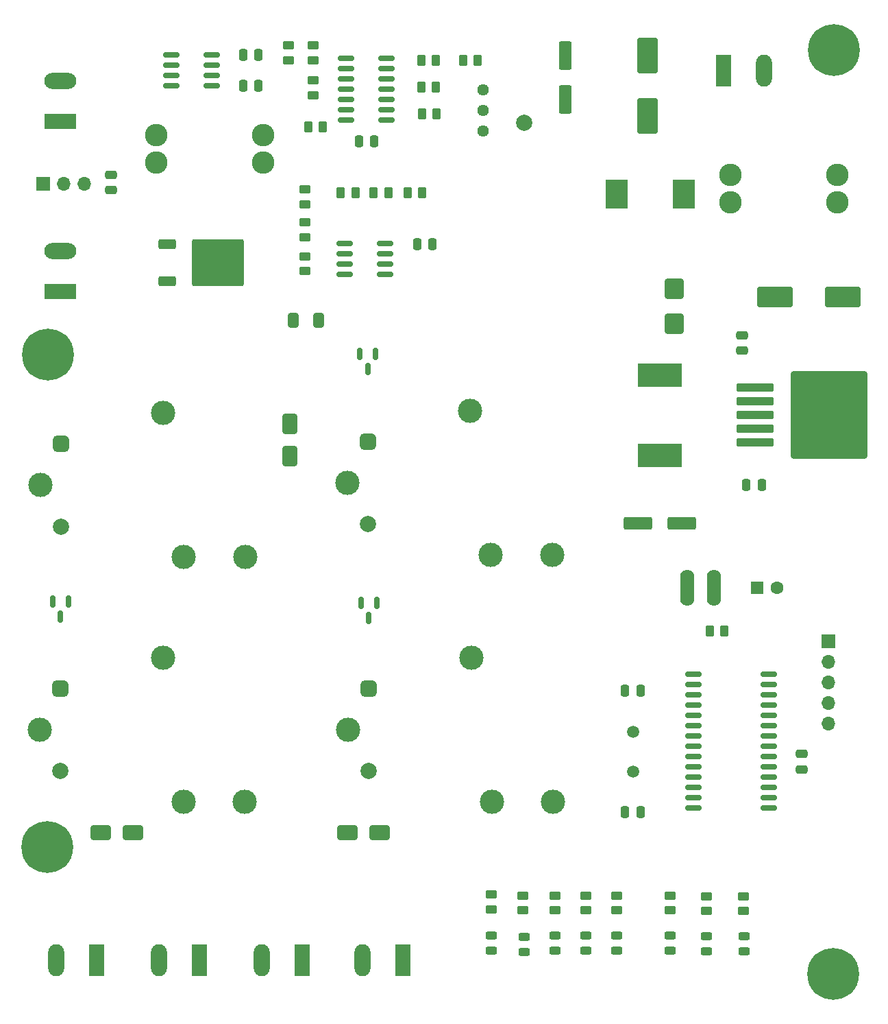
<source format=gts>
G04 #@! TF.GenerationSoftware,KiCad,Pcbnew,8.0.5*
G04 #@! TF.CreationDate,2024-12-11T17:18:15+01:00*
G04 #@! TF.ProjectId,12VSupport,31325653-7570-4706-9f72-742e6b696361,1.0*
G04 #@! TF.SameCoordinates,Original*
G04 #@! TF.FileFunction,Soldermask,Top*
G04 #@! TF.FilePolarity,Negative*
%FSLAX46Y46*%
G04 Gerber Fmt 4.6, Leading zero omitted, Abs format (unit mm)*
G04 Created by KiCad (PCBNEW 8.0.5) date 2024-12-11 17:18:15*
%MOMM*%
%LPD*%
G01*
G04 APERTURE LIST*
G04 Aperture macros list*
%AMRoundRect*
0 Rectangle with rounded corners*
0 $1 Rounding radius*
0 $2 $3 $4 $5 $6 $7 $8 $9 X,Y pos of 4 corners*
0 Add a 4 corners polygon primitive as box body*
4,1,4,$2,$3,$4,$5,$6,$7,$8,$9,$2,$3,0*
0 Add four circle primitives for the rounded corners*
1,1,$1+$1,$2,$3*
1,1,$1+$1,$4,$5*
1,1,$1+$1,$6,$7*
1,1,$1+$1,$8,$9*
0 Add four rect primitives between the rounded corners*
20,1,$1+$1,$2,$3,$4,$5,0*
20,1,$1+$1,$4,$5,$6,$7,0*
20,1,$1+$1,$6,$7,$8,$9,0*
20,1,$1+$1,$8,$9,$2,$3,0*%
G04 Aperture macros list end*
%ADD10RoundRect,0.250000X-0.850000X-0.350000X0.850000X-0.350000X0.850000X0.350000X-0.850000X0.350000X0*%
%ADD11RoundRect,0.249997X-2.950003X-2.650003X2.950003X-2.650003X2.950003X2.650003X-2.950003X2.650003X0*%
%ADD12C,0.800000*%
%ADD13C,6.400000*%
%ADD14RoundRect,0.250000X-0.250000X-0.475000X0.250000X-0.475000X0.250000X0.475000X-0.250000X0.475000X0*%
%ADD15RoundRect,0.250000X-0.475000X0.250000X-0.475000X-0.250000X0.475000X-0.250000X0.475000X0.250000X0*%
%ADD16RoundRect,0.250000X-0.450000X0.262500X-0.450000X-0.262500X0.450000X-0.262500X0.450000X0.262500X0*%
%ADD17RoundRect,0.150000X-0.875000X-0.150000X0.875000X-0.150000X0.875000X0.150000X-0.875000X0.150000X0*%
%ADD18R,1.980000X3.960000*%
%ADD19O,1.980000X3.960000*%
%ADD20RoundRect,0.250000X-0.262500X-0.450000X0.262500X-0.450000X0.262500X0.450000X-0.262500X0.450000X0*%
%ADD21RoundRect,0.150000X-0.150000X0.587500X-0.150000X-0.587500X0.150000X-0.587500X0.150000X0.587500X0*%
%ADD22RoundRect,0.243750X0.456250X-0.243750X0.456250X0.243750X-0.456250X0.243750X-0.456250X-0.243750X0*%
%ADD23C,3.000000*%
%ADD24RoundRect,0.500000X0.500000X0.500000X-0.500000X0.500000X-0.500000X-0.500000X0.500000X-0.500000X0*%
%ADD25C,2.000000*%
%ADD26C,2.780000*%
%ADD27R,1.700000X1.700000*%
%ADD28O,1.700000X1.700000*%
%ADD29R,5.400000X2.900000*%
%ADD30RoundRect,0.250000X1.000000X-1.950000X1.000000X1.950000X-1.000000X1.950000X-1.000000X-1.950000X0*%
%ADD31R,3.960000X1.980000*%
%ADD32O,3.960000X1.980000*%
%ADD33C,1.500000*%
%ADD34RoundRect,0.250000X0.650000X-1.000000X0.650000X1.000000X-0.650000X1.000000X-0.650000X-1.000000X0*%
%ADD35RoundRect,0.250000X0.250000X0.475000X-0.250000X0.475000X-0.250000X-0.475000X0.250000X-0.475000X0*%
%ADD36RoundRect,0.250000X1.000000X0.650000X-1.000000X0.650000X-1.000000X-0.650000X1.000000X-0.650000X0*%
%ADD37C,1.440000*%
%ADD38RoundRect,0.250000X0.450000X-0.262500X0.450000X0.262500X-0.450000X0.262500X-0.450000X-0.262500X0*%
%ADD39RoundRect,0.250000X-1.500000X-0.550000X1.500000X-0.550000X1.500000X0.550000X-1.500000X0.550000X0*%
%ADD40RoundRect,0.250000X-1.950000X-1.000000X1.950000X-1.000000X1.950000X1.000000X-1.950000X1.000000X0*%
%ADD41RoundRect,0.250000X0.900000X-1.000000X0.900000X1.000000X-0.900000X1.000000X-0.900000X-1.000000X0*%
%ADD42R,1.600000X1.600000*%
%ADD43C,1.600000*%
%ADD44RoundRect,0.150000X-0.825000X-0.150000X0.825000X-0.150000X0.825000X0.150000X-0.825000X0.150000X0*%
%ADD45RoundRect,0.250000X-2.050000X-0.300000X2.050000X-0.300000X2.050000X0.300000X-2.050000X0.300000X0*%
%ADD46RoundRect,0.250002X-4.449998X-5.149998X4.449998X-5.149998X4.449998X5.149998X-4.449998X5.149998X0*%
%ADD47RoundRect,0.250000X0.550000X-1.500000X0.550000X1.500000X-0.550000X1.500000X-0.550000X-1.500000X0*%
%ADD48RoundRect,0.250000X0.475000X-0.250000X0.475000X0.250000X-0.475000X0.250000X-0.475000X-0.250000X0*%
%ADD49R,2.700000X3.600000*%
%ADD50O,1.750000X4.500000*%
%ADD51RoundRect,0.250000X0.412500X0.650000X-0.412500X0.650000X-0.412500X-0.650000X0.412500X-0.650000X0*%
G04 APERTURE END LIST*
D10*
X61565500Y-70370000D03*
D11*
X67865500Y-72650000D03*
D10*
X61565500Y-74930000D03*
D12*
X44336000Y-144780000D03*
X45038944Y-143082944D03*
X45038944Y-146477056D03*
X46736000Y-142380000D03*
D13*
X46736000Y-144780000D03*
D12*
X46736000Y-147180000D03*
X48433056Y-143082944D03*
X48433056Y-146477056D03*
X49136000Y-144780000D03*
D14*
X70955500Y-46990000D03*
X72855500Y-46990000D03*
D15*
X139954000Y-133289000D03*
X139954000Y-135189000D03*
D16*
X128225000Y-150852500D03*
X128225000Y-152677500D03*
D17*
X126590000Y-123444000D03*
X126590000Y-124714000D03*
X126590000Y-125984000D03*
X126590000Y-127254000D03*
X126590000Y-128524000D03*
X126590000Y-129794000D03*
X126590000Y-131064000D03*
X126590000Y-132334000D03*
X126590000Y-133604000D03*
X126590000Y-134874000D03*
X126590000Y-136144000D03*
X126590000Y-137414000D03*
X126590000Y-138684000D03*
X126590000Y-139954000D03*
X135890000Y-139954000D03*
X135890000Y-138684000D03*
X135890000Y-137414000D03*
X135890000Y-136144000D03*
X135890000Y-134874000D03*
X135890000Y-133604000D03*
X135890000Y-132334000D03*
X135890000Y-131064000D03*
X135890000Y-129794000D03*
X135890000Y-128524000D03*
X135890000Y-127254000D03*
X135890000Y-125984000D03*
X135890000Y-124714000D03*
X135890000Y-123444000D03*
D18*
X78283000Y-158750000D03*
D19*
X73283000Y-158750000D03*
D16*
X101600000Y-150647000D03*
X101600000Y-152472000D03*
D20*
X91289500Y-64008000D03*
X93114500Y-64008000D03*
D21*
X87310000Y-83898500D03*
X85410000Y-83898500D03*
X86360000Y-85773500D03*
D18*
X130331000Y-48895000D03*
D19*
X135331000Y-48895000D03*
D22*
X123698000Y-157577000D03*
X123698000Y-155702000D03*
D23*
X83945000Y-130310000D03*
X99145000Y-121410000D03*
X109285000Y-139210000D03*
X101685000Y-139210000D03*
D24*
X86485000Y-125210000D03*
D25*
X86485000Y-135410000D03*
D26*
X131185000Y-61793000D03*
X131185000Y-65193000D03*
X144393000Y-61793000D03*
X144393000Y-65193000D03*
D22*
X109474000Y-157577000D03*
X109474000Y-155702000D03*
D12*
X141537056Y-46401056D03*
X142240000Y-44704000D03*
X142240000Y-48098112D03*
X143937056Y-44001056D03*
D13*
X143937056Y-46401056D03*
D12*
X143937056Y-48801056D03*
X145634112Y-44704000D03*
X145634112Y-48098112D03*
X146337056Y-46401056D03*
D14*
X70960500Y-50800000D03*
X72860500Y-50800000D03*
D16*
X105537000Y-150774000D03*
X105537000Y-152599000D03*
D27*
X143256000Y-119385000D03*
D28*
X143256000Y-121925000D03*
X143256000Y-124465000D03*
X143256000Y-127005000D03*
X143256000Y-129545000D03*
D23*
X45845000Y-130310000D03*
X61045000Y-121410000D03*
X71185000Y-139210000D03*
X63585000Y-139210000D03*
D24*
X48385000Y-125210000D03*
D25*
X48385000Y-135410000D03*
D20*
X78994000Y-55880000D03*
X80819000Y-55880000D03*
D29*
X122435000Y-86490000D03*
X122435000Y-96390000D03*
D20*
X128627500Y-118110000D03*
X130452500Y-118110000D03*
D14*
X133162000Y-100076000D03*
X135062000Y-100076000D03*
D18*
X90678000Y-158750000D03*
D19*
X85678000Y-158750000D03*
D20*
X98124000Y-47625000D03*
X99949000Y-47625000D03*
X92964000Y-50927000D03*
X94789000Y-50927000D03*
X93044000Y-54229000D03*
X94869000Y-54229000D03*
X83011000Y-64008000D03*
X84836000Y-64008000D03*
D22*
X105664000Y-157704000D03*
X105664000Y-155829000D03*
D16*
X132797000Y-150852500D03*
X132797000Y-152677500D03*
D30*
X120904000Y-54500000D03*
X120904000Y-47100000D03*
D16*
X123698000Y-150750500D03*
X123698000Y-152575500D03*
D31*
X48410500Y-55165000D03*
D32*
X48410500Y-50165000D03*
D16*
X78636500Y-63580000D03*
X78636500Y-65405000D03*
X78636500Y-71835000D03*
X78636500Y-73660000D03*
D18*
X65583000Y-158750000D03*
D19*
X60583000Y-158750000D03*
D15*
X132595000Y-81600000D03*
X132595000Y-83500000D03*
D22*
X128225000Y-157607000D03*
X128225000Y-155732000D03*
D16*
X78636500Y-67667500D03*
X78636500Y-69492500D03*
D33*
X119175000Y-130519000D03*
X119175000Y-135419000D03*
D21*
X49360500Y-114457000D03*
X47460500Y-114457000D03*
X48410500Y-116332000D03*
D34*
X76708000Y-96488000D03*
X76708000Y-92488000D03*
D16*
X76604500Y-45823500D03*
X76604500Y-47648500D03*
D12*
X44463000Y-83947000D03*
X45165944Y-82249944D03*
X45165944Y-85644056D03*
X46863000Y-81547000D03*
D13*
X46863000Y-83947000D03*
D12*
X46863000Y-86347000D03*
X48560056Y-82249944D03*
X48560056Y-85644056D03*
X49263000Y-83947000D03*
D22*
X113284000Y-157577000D03*
X113284000Y-155702000D03*
D35*
X120076000Y-140462000D03*
X118176000Y-140462000D03*
D36*
X87852000Y-143002000D03*
X83852000Y-143002000D03*
D16*
X117094000Y-150774000D03*
X117094000Y-152599000D03*
D37*
X100584000Y-51308000D03*
X100584000Y-53848000D03*
X100584000Y-56388000D03*
D38*
X79652500Y-47648500D03*
X79652500Y-45823500D03*
D21*
X87460500Y-114632500D03*
X85560500Y-114632500D03*
X86510500Y-116507500D03*
D20*
X87098500Y-64008000D03*
X88923500Y-64008000D03*
D25*
X105664000Y-55372000D03*
D35*
X120076000Y-125476000D03*
X118176000Y-125476000D03*
D39*
X119735000Y-104775000D03*
X125135000Y-104775000D03*
D23*
X83818000Y-99830000D03*
X99018000Y-90930000D03*
X109158000Y-108730000D03*
X101558000Y-108730000D03*
D24*
X86358000Y-94730000D03*
D25*
X86358000Y-104930000D03*
D40*
X136650000Y-76835000D03*
X145050000Y-76835000D03*
D41*
X124206000Y-80128000D03*
X124206000Y-75828000D03*
D22*
X132842000Y-157655500D03*
X132842000Y-155780500D03*
D42*
X134453621Y-112776000D03*
D43*
X136953621Y-112776000D03*
D16*
X109474000Y-150774000D03*
X109474000Y-152599000D03*
D44*
X62125500Y-46990000D03*
X62125500Y-48260000D03*
X62125500Y-49530000D03*
X62125500Y-50800000D03*
X67075500Y-50800000D03*
X67075500Y-49530000D03*
X67075500Y-48260000D03*
X67075500Y-46990000D03*
X83527500Y-70231000D03*
X83527500Y-71501000D03*
X83527500Y-72771000D03*
X83527500Y-74041000D03*
X88477500Y-74041000D03*
X88477500Y-72771000D03*
X88477500Y-71501000D03*
X88477500Y-70231000D03*
D18*
X52883000Y-158750000D03*
D19*
X47883000Y-158750000D03*
D45*
X134240000Y-88040000D03*
X134240000Y-89740000D03*
X134240000Y-91440000D03*
D46*
X143390000Y-91440000D03*
D45*
X134240000Y-93140000D03*
X134240000Y-94840000D03*
D47*
X110744000Y-52484000D03*
X110744000Y-47084000D03*
D22*
X101600000Y-157577000D03*
X101600000Y-155702000D03*
D23*
X45887000Y-100086000D03*
X61087000Y-91186000D03*
X71227000Y-108986000D03*
X63627000Y-108986000D03*
D24*
X48427000Y-94986000D03*
D25*
X48427000Y-105186000D03*
D48*
X54610000Y-63688000D03*
X54610000Y-61788000D03*
D49*
X117135000Y-64135000D03*
X125435000Y-64135000D03*
D22*
X117094000Y-157577000D03*
X117094000Y-155702000D03*
D16*
X113284000Y-150774000D03*
X113284000Y-152599000D03*
D20*
X92964000Y-47625000D03*
X94789000Y-47625000D03*
D50*
X125883000Y-112776000D03*
X129133000Y-112776000D03*
D26*
X60198000Y-56896000D03*
X60198000Y-60296000D03*
X73406000Y-56896000D03*
X73406000Y-60296000D03*
D36*
X57372000Y-143002000D03*
X53372000Y-143002000D03*
D31*
X48410500Y-76200000D03*
D32*
X48410500Y-71200000D03*
D27*
X46228000Y-62865000D03*
D28*
X48768000Y-62865000D03*
X51308000Y-62865000D03*
D38*
X79652500Y-51966500D03*
X79652500Y-50141500D03*
D14*
X85283000Y-57658000D03*
X87183000Y-57658000D03*
D44*
X83696000Y-47371000D03*
X83696000Y-48641000D03*
X83696000Y-49911000D03*
X83696000Y-51181000D03*
X83696000Y-52451000D03*
X83696000Y-53721000D03*
X83696000Y-54991000D03*
X88646000Y-54991000D03*
X88646000Y-53721000D03*
X88646000Y-52451000D03*
X88646000Y-51181000D03*
X88646000Y-49911000D03*
X88646000Y-48641000D03*
X88646000Y-47371000D03*
D14*
X92484500Y-70358000D03*
X94384500Y-70358000D03*
D51*
X80302500Y-79756000D03*
X77177500Y-79756000D03*
D12*
X141491000Y-160401000D03*
X142193944Y-158703944D03*
X142193944Y-162098056D03*
X143891000Y-158001000D03*
D13*
X143891000Y-160401000D03*
D12*
X143891000Y-162801000D03*
X145588056Y-158703944D03*
X145588056Y-162098056D03*
X146291000Y-160401000D03*
M02*

</source>
